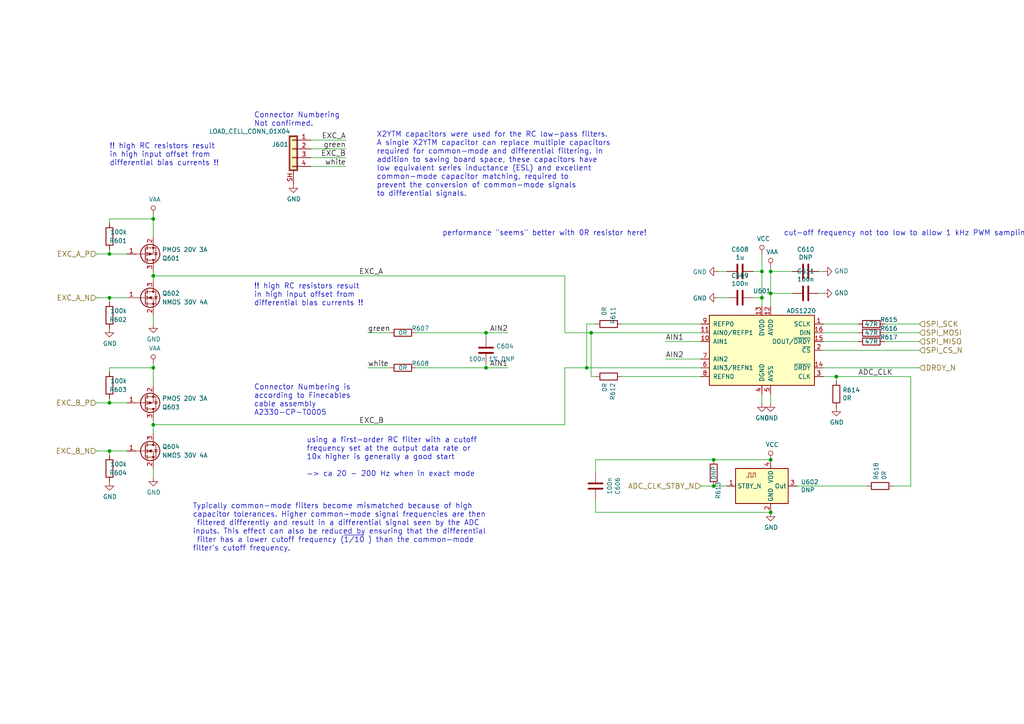
<source format=kicad_sch>
(kicad_sch (version 20211123) (generator eeschema)
  (paper "A4")
  (title_block (title "NB2-MAIN") (date "2022-01-30") (rev "3.2") (company "Octanis Instruments GmbH"))
  (lib_symbols
    (symbol "Connector_Generic_Shielded:Conn_01x04_Shielded" (pin_names (offset 1.016) hide)
      (property "Reference" "J" (at 0.254 4.826 0))
      (property "Value" "Connector_Generic_Shielded_Conn_01x04_Shielded" (at 1.016 -7.366 0))
      (symbol "Conn_01x04_Shielded_1_1"
        (rectangle (start -1.27 3.81) (end 1.27 -6.35) (stroke (width 0.1524)))
        (rectangle (start -1.016 -4.953) (end 0.254 -5.207) (stroke (width 0.1524)))
        (rectangle (start -1.016 -2.413) (end 0.254 -2.667) (stroke (width 0.1524)))
        (rectangle (start -1.016 0.127) (end 0.254 -0.127) (stroke (width 0.1524)))
        (rectangle (start -1.016 2.667) (end 0.254 2.413) (stroke (width 0.1524)))
        (rectangle (start -1.016 3.556) (end 1.016 -6.096) (stroke (width 0.254)) (fill (type background)))
        (pin passive line (at -5.08 2.54 0) (length 4.064) (name "Pin_1") (number "1"))
        (pin passive line (at -5.08 0 0) (length 4.064) (name "Pin_2") (number "2"))
        (pin passive line (at -5.08 -2.54 0) (length 4.064) (name "Pin_3") (number "3"))
        (pin passive line (at -5.08 -5.08 0) (length 4.064) (name "Pin_4") (number "4"))
        (pin passive line (at 0 -10.16 90) (length 3.81) (name "Shield") (number "SH"))
      )
    )
    (symbol "Device:Q_NMOS_GSD" (pin_names (offset 0) hide)
      (property "Reference" "Q" (at 5.08 1.27 0))
      (property "Value" "Device_Q_NMOS_GSD" (at 5.08 -1.27 0))
      (symbol "Q_NMOS_GSD_0_1"
        (polyline (pts (xy 0.254 0) (xy -2.54 0)))
        (polyline (pts (xy 0.254 1.905) (xy 0.254 -1.905)) (stroke (width 0.254)))
        (polyline (pts (xy 0.762 -1.27) (xy 0.762 -2.286)) (stroke (width 0.254)))
        (polyline (pts (xy 0.762 0.508) (xy 0.762 -0.508)) (stroke (width 0.254)))
        (polyline (pts (xy 0.762 2.286) (xy 0.762 1.27)) (stroke (width 0.254)))
        (polyline (pts (xy 2.54 2.54) (xy 2.54 1.778)))
        (polyline (pts (xy 2.54 -2.54) (xy 2.54 0) (xy 0.762 0)))
        (polyline (pts (xy 0.762 -1.778) (xy 3.302 -1.778) (xy 3.302 1.778) (xy 0.762 1.778)))
        (polyline (pts (xy 1.016 0) (xy 2.032 0.381) (xy 2.032 -0.381) (xy 1.016 0)) (fill (type outline)))
        (polyline (pts (xy 2.794 0.508) (xy 2.921 0.381) (xy 3.683 0.381) (xy 3.81 0.254)))
        (polyline (pts (xy 3.302 0.381) (xy 2.921 -0.254) (xy 3.683 -0.254) (xy 3.302 0.381)))
        (circle (center 1.651 0) (radius 2.794) (stroke (width 0.254)))
        (circle (center 2.54 -1.778) (radius 0.254) (fill (type outline)))
        (circle (center 2.54 1.778) (radius 0.254) (fill (type outline)))
      )
      (symbol "Q_NMOS_GSD_1_1"
        (pin input line (at -5.08 0 0) (length 2.54) (name "G") (number "1"))
        (pin passive line (at 2.54 -5.08 90) (length 2.54) (name "S") (number "2"))
        (pin passive line (at 2.54 5.08 270) (length 2.54) (name "D") (number "3"))
      )
    )
    (symbol "Device:Q_PMOS_GSD" (pin_names (offset 0) hide)
      (property "Reference" "Q" (at 5.08 1.27 0))
      (property "Value" "Device_Q_PMOS_GSD" (at 5.08 -1.27 0))
      (symbol "Q_PMOS_GSD_0_1"
        (polyline (pts (xy 0.254 0) (xy -2.54 0)))
        (polyline (pts (xy 0.254 1.905) (xy 0.254 -1.905)) (stroke (width 0.254)))
        (polyline (pts (xy 0.762 -1.27) (xy 0.762 -2.286)) (stroke (width 0.254)))
        (polyline (pts (xy 0.762 0.508) (xy 0.762 -0.508)) (stroke (width 0.254)))
        (polyline (pts (xy 0.762 2.286) (xy 0.762 1.27)) (stroke (width 0.254)))
        (polyline (pts (xy 2.54 2.54) (xy 2.54 1.778)))
        (polyline (pts (xy 2.54 -2.54) (xy 2.54 0) (xy 0.762 0)))
        (polyline (pts (xy 0.762 1.778) (xy 3.302 1.778) (xy 3.302 -1.778) (xy 0.762 -1.778)))
        (polyline (pts (xy 2.286 0) (xy 1.27 0.381) (xy 1.27 -0.381) (xy 2.286 0)) (fill (type outline)))
        (polyline (pts (xy 2.794 -0.508) (xy 2.921 -0.381) (xy 3.683 -0.381) (xy 3.81 -0.254)))
        (polyline (pts (xy 3.302 -0.381) (xy 2.921 0.254) (xy 3.683 0.254) (xy 3.302 -0.381)))
        (circle (center 1.651 0) (radius 2.794) (stroke (width 0.254)))
        (circle (center 2.54 -1.778) (radius 0.254) (fill (type outline)))
        (circle (center 2.54 1.778) (radius 0.254) (fill (type outline)))
      )
      (symbol "Q_PMOS_GSD_1_1"
        (pin input line (at -5.08 0 0) (length 2.54) (name "G") (number "1"))
        (pin passive line (at 2.54 -5.08 90) (length 2.54) (name "S") (number "2"))
        (pin passive line (at 2.54 5.08 270) (length 2.54) (name "D") (number "3"))
      )
    )
    (symbol "Device:R" (pin_numbers hide) (pin_names (offset 0))
      (property "Reference" "R" (at 2.032 0 90))
      (property "Value" "Device_R" (at 0 0 90))
      (symbol "R_0_1"
        (rectangle (start -1.016 -2.54) (end 1.016 2.54) (stroke (width 0.254)))
      )
      (symbol "R_1_1"
        (pin passive line (at 0 3.81 270) (length 1.27) (name "~") (number "1"))
        (pin passive line (at 0 -3.81 90) (length 1.27) (name "~") (number "2"))
      )
    )
    (symbol "Nestbox_v2-rescue:ADS1120-PW" (pin_names (offset 1.016))
      (property "Reference" "U" (at -15.24 11.43 0))
      (property "Value" "ADS1120-PW" (at 6.35 11.43 0))
      (symbol "ADS1120-PW_0_1"
        (rectangle (start -15.24 10.16) (end 15.24 -10.16) (stroke (width 0.254)) (fill (type background)))
      )
      (symbol "ADS1120-PW_1_1"
        (pin input line (at 17.78 7.62 180) (length 2.54) (name "SCLK") (number "1"))
        (pin input line (at -17.78 2.54 0) (length 2.54) (name "AIN1") (number "10"))
        (pin input line (at -17.78 5.08 0) (length 2.54) (name "AIN0/REFP1") (number "11"))
        (pin power_in line (at 2.54 12.7 270) (length 2.54) (name "AVDD") (number "12"))
        (pin power_in line (at 0 12.7 270) (length 2.54) (name "DVDD") (number "13"))
        (pin output line (at 17.78 -5.08 180) (length 2.54) (name "~{DRDY}") (number "14"))
        (pin output line (at 17.78 2.54 180) (length 2.54) (name "DOUT/~{DRDY}") (number "15"))
        (pin input line (at 17.78 5.08 180) (length 2.54) (name "DIN") (number "16"))
        (pin input line (at 17.78 0 180) (length 2.54) (name "~{CS}") (number "2"))
        (pin input line (at 17.78 -7.62 180) (length 2.54) (name "CLK") (number "3"))
        (pin power_in line (at 0 -12.7 90) (length 2.54) (name "DGND") (number "4"))
        (pin power_in line (at 2.54 -12.7 90) (length 2.54) (name "AVSS") (number "5"))
        (pin input line (at -17.78 -5.08 0) (length 2.54) (name "AIN3/REFN1") (number "6"))
        (pin input line (at -17.78 -2.54 0) (length 2.54) (name "AIN2") (number "7"))
        (pin input line (at -17.78 -7.62 0) (length 2.54) (name "REFN0") (number "8"))
        (pin input line (at -17.78 7.62 0) (length 2.54) (name "REFP0") (number "9"))
      )
    )
    (symbol "Nestbox_v2-rescue:C-device" (pin_numbers hide) (pin_names (offset 0.254))
      (property "Reference" "C" (at 0.635 2.54 0))
      (property "Value" "C-device" (at 0.635 -2.54 0))
      (symbol "C-device_0_1"
        (polyline (pts (xy -2.032 -0.762) (xy 2.032 -0.762)) (stroke (width 0.508)))
        (polyline (pts (xy -2.032 0.762) (xy 2.032 0.762)) (stroke (width 0.508)))
      )
      (symbol "C-device_1_1"
        (pin passive line (at 0 3.81 270) (length 2.794) (name "~") (number "1"))
        (pin passive line (at 0 -3.81 90) (length 2.794) (name "~") (number "2"))
      )
    )
    (symbol "Nestbox_v2-rescue:GND-power1" (power) (pin_names (offset 0))
      (property "Value" "GND-power1" (at 0 -3.81 0))
      (symbol "GND-power1_0_1"
        (polyline (pts (xy 0 0) (xy 0 -1.27) (xy 1.27 -1.27) (xy 0 -2.54) (xy -1.27 -1.27) (xy 0 -1.27)))
      )
      (symbol "GND-power1_1_1"
        (pin power_in line (at 0 0 270) (length 0) hide (name "GND") (number "1"))
      )
    )
    (symbol "Nestbox_v2-rescue:R-device" (pin_numbers hide) (pin_names (offset 0))
      (property "Reference" "R" (at 2.032 0 90))
      (property "Value" "R-device" (at 0 0 90))
      (symbol "R-device_0_1"
        (rectangle (start -1.016 -2.54) (end 1.016 2.54) (stroke (width 0.254)))
      )
      (symbol "R-device_1_1"
        (pin passive line (at 0 3.81 270) (length 1.27) (name "~") (number "1"))
        (pin passive line (at 0 -3.81 90) (length 1.27) (name "~") (number "2"))
      )
    )
    (symbol "Nestbox_v2-rescue:VAA-power1" (power) (pin_names (offset 0))
      (property "Value" "VAA-power1" (at 0 3.81 0))
      (symbol "VAA-power1_0_1"
        (polyline (pts (xy 0 0) (xy 0 1.27)))
        (circle (center 0 1.905) (radius 0.635))
      )
      (symbol "VAA-power1_1_1"
        (pin power_in line (at 0 0 90) (length 0) hide (name "VAA") (number "1"))
      )
    )
    (symbol "Octanis3:SIT1602BI-11-XXS-4.096000"
      (property "Reference" "U" (at -6.35 6.35 0))
      (property "Value" "SIT1602BI-11-XXS-4.096000" (at 11.43 6.35 0))
      (symbol "SIT1602BI-11-XXS-4.096000_1_1"
        (rectangle (start -7.62 5.08) (end 7.62 -5.08) (stroke (width 0.254)) (fill (type background)))
        (polyline (pts (xy -4.445 2.54) (xy -3.81 2.54) (xy -3.81 3.81) (xy -3.175 3.81) (xy -3.175 2.54) (xy -2.54 2.54) (xy -2.54 3.81) (xy -1.905 3.81) (xy -1.905 2.54)))
        (pin input line (at -10.16 0 0) (length 2.54) (name "STBY_N") (number "1"))
        (pin power_in line (at 2.54 -7.62 90) (length 2.54) (name "GND") (number "2"))
        (pin output line (at 10.16 0 180) (length 2.54) (name "Out") (number "3"))
        (pin power_in line (at 2.54 7.62 270) (length 2.54) (name "VDD") (number "4"))
      )
    )
    (symbol "power:GND" (power) (pin_names (offset 0))
      (property "Value" "power_GND" (at 0 -3.81 0))
      (symbol "GND_0_1"
        (polyline (pts (xy 0 0) (xy 0 -1.27) (xy 1.27 -1.27) (xy 0 -2.54) (xy -1.27 -1.27) (xy 0 -1.27)))
      )
      (symbol "GND_1_1"
        (pin power_in line (at 0 0 270) (length 0) hide (name "GND") (number "1"))
      )
    )
    (symbol "power:VAA" (power) (pin_names (offset 0))
      (property "Value" "power_VAA" (at 0 3.81 0))
      (symbol "VAA_0_1"
        (polyline (pts (xy 0 0) (xy 0 1.27)))
        (circle (center 0 1.905) (radius 0.635))
      )
      (symbol "VAA_1_1"
        (pin power_in line (at 0 0 90) (length 0) hide (name "VAA") (number "1"))
      )
    )
    (symbol "power:VCC" (power) (pin_names (offset 0))
      (property "Value" "power_VCC" (at 0 3.81 0))
      (symbol "VCC_0_1"
        (polyline (pts (xy 0 0) (xy 0 1.27)))
        (circle (center 0 1.905) (radius 0.635))
      )
      (symbol "VCC_1_1"
        (pin power_in line (at 0 0 90) (length 0) hide (name "VCC") (number "1"))
      )
    )
  )
  (junction (at 44.45 63.5))
  (junction (at 170.18 106.68))
  (junction (at 31.75 116.84))
  (junction (at 207.01 140.97))
  (junction (at 223.52 78.74))
  (junction (at 44.45 80.01))
  (junction (at 223.52 85.09))
  (junction (at 223.52 133.35))
  (junction (at 140.97 96.52))
  (junction (at 31.75 73.66))
  (junction (at 44.45 123.19))
  (junction (at 207.01 133.35))
  (junction (at 140.97 106.68))
  (junction (at 242.57 109.22))
  (junction (at 220.98 86.36))
  (junction (at 220.98 78.74))
  (junction (at 31.75 86.36))
  (junction (at 31.75 130.81))
  (junction (at 223.52 148.59))
  (junction (at 44.45 106.68))
  (junction (at 171.45 96.52))
  (wire (pts (xy 220.98 116.84) (xy 220.98 114.3)))
  (wire (pts (xy 44.45 63.5) (xy 44.45 68.58)))
  (wire (pts (xy 113.03 96.52) (xy 106.68 96.52)))
  (wire (pts (xy 172.72 109.22) (xy 171.45 109.22)))
  (wire (pts (xy 120.65 96.52) (xy 140.97 96.52)))
  (wire (pts (xy 238.76 106.68) (xy 266.7 106.68)))
  (wire (pts (xy 163.83 106.68) (xy 170.18 106.68)))
  (wire (pts (xy 171.45 96.52) (xy 203.2 96.52)))
  (wire (pts (xy 163.83 96.52) (xy 171.45 96.52)))
  (wire (pts (xy 256.54 96.52) (xy 266.7 96.52)))
  (wire (pts (xy 172.72 148.59) (xy 172.72 144.78)))
  (wire (pts (xy 27.94 116.84) (xy 31.75 116.84)))
  (wire (pts (xy 172.72 93.98) (xy 170.18 93.98)))
  (wire (pts (xy 44.45 80.01) (xy 44.45 81.28)))
  (wire (pts (xy 210.82 140.97) (xy 207.01 140.97)))
  (wire (pts (xy 229.87 85.09) (xy 223.52 85.09)))
  (wire (pts (xy 100.33 40.64) (xy 90.17 40.64)))
  (wire (pts (xy 31.75 72.39) (xy 31.75 73.66)))
  (wire (pts (xy 27.94 130.81) (xy 31.75 130.81)))
  (wire (pts (xy 218.44 86.36) (xy 220.98 86.36)))
  (wire (pts (xy 264.16 109.22) (xy 264.16 140.97)))
  (wire (pts (xy 208.28 78.74) (xy 210.82 78.74)))
  (wire (pts (xy 223.52 116.84) (xy 223.52 114.3)))
  (wire (pts (xy 44.45 123.19) (xy 44.45 125.73)))
  (wire (pts (xy 223.52 78.74) (xy 223.52 85.09)))
  (wire (pts (xy 27.94 86.36) (xy 31.75 86.36)))
  (wire (pts (xy 44.45 135.89) (xy 44.45 138.43)))
  (wire (pts (xy 218.44 78.74) (xy 220.98 78.74)))
  (wire (pts (xy 140.97 106.68) (xy 147.32 106.68)))
  (wire (pts (xy 172.72 137.16) (xy 172.72 133.35)))
  (wire (pts (xy 44.45 106.68) (xy 44.45 111.76)))
  (wire (pts (xy 163.83 106.68) (xy 163.83 123.19)))
  (wire (pts (xy 31.75 116.84) (xy 36.83 116.84)))
  (wire (pts (xy 223.52 148.59) (xy 172.72 148.59)))
  (wire (pts (xy 31.75 116.84) (xy 31.75 115.57)))
  (wire (pts (xy 203.2 104.14) (xy 193.04 104.14)))
  (wire (pts (xy 237.49 78.74) (xy 238.76 78.74)))
  (wire (pts (xy 172.72 133.35) (xy 207.01 133.35)))
  (wire (pts (xy 264.16 109.22) (xy 242.57 109.22)))
  (wire (pts (xy 238.76 101.6) (xy 266.7 101.6)))
  (wire (pts (xy 31.75 130.81) (xy 36.83 130.81)))
  (wire (pts (xy 180.34 93.98) (xy 203.2 93.98)))
  (wire (pts (xy 220.98 86.36) (xy 220.98 88.9)))
  (wire (pts (xy 140.97 106.68) (xy 140.97 105.41)))
  (wire (pts (xy 44.45 78.74) (xy 44.45 80.01)))
  (wire (pts (xy 220.98 73.66) (xy 220.98 78.74)))
  (wire (pts (xy 44.45 121.92) (xy 44.45 123.19)))
  (wire (pts (xy 120.65 106.68) (xy 140.97 106.68)))
  (wire (pts (xy 44.45 105.41) (xy 44.45 106.68)))
  (wire (pts (xy 256.54 99.06) (xy 266.7 99.06)))
  (wire (pts (xy 44.45 123.19) (xy 163.83 123.19)))
  (wire (pts (xy 180.34 109.22) (xy 203.2 109.22)))
  (wire (pts (xy 207.01 140.97) (xy 203.2 140.97)))
  (wire (pts (xy 256.54 93.98) (xy 266.7 93.98)))
  (wire (pts (xy 242.57 109.22) (xy 238.76 109.22)))
  (wire (pts (xy 27.94 73.66) (xy 31.75 73.66)))
  (wire (pts (xy 31.75 132.08) (xy 31.75 130.81)))
  (wire (pts (xy 163.83 80.01) (xy 163.83 96.52)))
  (wire (pts (xy 238.76 85.09) (xy 237.49 85.09)))
  (wire (pts (xy 140.97 96.52) (xy 147.32 96.52)))
  (wire (pts (xy 251.46 140.97) (xy 231.14 140.97)))
  (wire (pts (xy 223.52 85.09) (xy 223.52 88.9)))
  (wire (pts (xy 248.92 99.06) (xy 238.76 99.06)))
  (wire (pts (xy 170.18 106.68) (xy 203.2 106.68)))
  (wire (pts (xy 90.17 48.26) (xy 100.33 48.26)))
  (wire (pts (xy 100.33 43.18) (xy 90.17 43.18)))
  (wire (pts (xy 242.57 110.49) (xy 242.57 109.22)))
  (wire (pts (xy 100.33 45.72) (xy 90.17 45.72)))
  (wire (pts (xy 238.76 96.52) (xy 248.92 96.52)))
  (wire (pts (xy 220.98 78.74) (xy 220.98 86.36)))
  (wire (pts (xy 31.75 86.36) (xy 36.83 86.36)))
  (wire (pts (xy 248.92 93.98) (xy 238.76 93.98)))
  (wire (pts (xy 44.45 91.44) (xy 44.45 93.98)))
  (wire (pts (xy 208.28 86.36) (xy 210.82 86.36)))
  (wire (pts (xy 44.45 80.01) (xy 163.83 80.01)))
  (wire (pts (xy 44.45 62.23) (xy 44.45 63.5)))
  (wire (pts (xy 203.2 99.06) (xy 193.04 99.06)))
  (wire (pts (xy 171.45 109.22) (xy 171.45 96.52)))
  (wire (pts (xy 31.75 63.5) (xy 31.75 64.77)))
  (wire (pts (xy 31.75 73.66) (xy 36.83 73.66)))
  (wire (pts (xy 140.97 96.52) (xy 140.97 97.79)))
  (wire (pts (xy 113.03 106.68) (xy 106.68 106.68)))
  (wire (pts (xy 207.01 133.35) (xy 223.52 133.35)))
  (wire (pts (xy 31.75 87.63) (xy 31.75 86.36)))
  (wire (pts (xy 31.75 106.68) (xy 31.75 107.95)))
  (wire (pts (xy 44.45 63.5) (xy 31.75 63.5)))
  (wire (pts (xy 223.52 78.74) (xy 229.87 78.74)))
  (wire (pts (xy 259.08 140.97) (xy 264.16 140.97)))
  (wire (pts (xy 223.52 77.47) (xy 223.52 78.74)))
  (wire (pts (xy 170.18 93.98) (xy 170.18 106.68)))
  (wire (pts (xy 44.45 106.68) (xy 31.75 106.68)))
  (text "!! high RC resistors result \nin high input offset from \ndifferential bias currents !!" (at 73.66 88.9 0) (effects (font (size 1.524 1.524)) (justify left bottom)))
  (text "!! high RC resistors result \nin high input offset from \ndifferential bias currents !!" (at 31.75 48.26 0) (effects (font (size 1.524 1.524)) (justify left bottom)))
  (text "using a first-order RC filter with a cutoff \nfrequency set at the output data rate or \n10x higher is generally a good start\n\n—> ca 20 - 200 Hz when in exact mode\n" (at 88.9 138.43 0) (effects (font (size 1.524 1.524)) (justify left bottom)))
  (text "Typically common-mode filters become mismatched because of high \ncapacitor tolerances. Higher common-mode signal frequencies are then\n filtered differently and result in a differential signal seen by the ADC \ninputs. This effect can also be reduced by ensuring that the differential\n filter has a lower cutoff frequency (~{1/10} ) than the common-mode \nfilter’s cutoff frequency. \n" (at 55.88 160.02 0) (effects (font (size 1.524 1.524)) (justify left bottom)))
  (text "Connector Numbering is\naccording to Finecables \ncable assembly \nA2330-CP-T0005" (at 73.66 120.65 0) (effects (font (size 1.524 1.524)) (justify left bottom)))
  (text "cut-off frequency not too low to allow 1 kHz PWM sampling\n" (at 227.33 68.58 0) (effects (font (size 1.524 1.524)) (justify left bottom)))
  (text "Connector Numbering \nNot confirmed." (at 73.66 36.83 0) (effects (font (size 1.524 1.524)) (justify left bottom)))
  (text "performance \"seems\" better with 0R resistor here!" (at 128.27 68.58 0) (effects (font (size 1.524 1.524)) (justify left bottom)))
  (text "X2YTM capacitors were used for the RC low-pass filters. \nA single X2YTM capacitor can replace multiple capacitors \nrequired for common-mode and differential filtering. In \naddition to saving board space, these capacitors have \nlow equivalent series inductance (ESL) and excellent \ncommon-mode capacitor matching, required to \nprevent the conversion of common-mode signals \nto differential signals. \n" (at 109.22 57.15 0) (effects (font (size 1.524 1.524)) (justify left bottom)))
  (label "white" (at 100.33 48.26 180) (effects (font (size 1.524 1.524))))
  (label "EXC_B" (at 104.14 123.19 0) (effects (font (size 1.524 1.524))))
  (label "green" (at 100.33 43.18 180) (effects (font (size 1.524 1.524))))
  (label "ADC_CLK" (at 248.92 109.22 0) (effects (font (size 1.524 1.524))))
  (label "white" (at 106.68 106.68 0) (effects (font (size 1.524 1.524))))
  (label "EXC_B" (at 100.33 45.72 180) (effects (font (size 1.524 1.524))))
  (label "AIN2" (at 147.32 96.52 180) (effects (font (size 1.524 1.524))))
  (label "EXC_A" (at 100.33 40.64 180) (effects (font (size 1.524 1.524))))
  (label "AIN2" (at 193.04 104.14 0) (effects (font (size 1.524 1.524))))
  (label "EXC_A" (at 104.14 80.01 0) (effects (font (size 1.524 1.524))))
  (label "AIN1" (at 193.04 99.06 0) (effects (font (size 1.524 1.524))))
  (label "AIN1" (at 147.32 106.68 180) (effects (font (size 1.524 1.524))))
  (label "green" (at 106.68 96.52 0) (effects (font (size 1.524 1.524))))
  (hierarchical_label "EXC_B_N" (shape input) (at 27.94 130.81 180) (effects (font (size 1.524 1.524))))
  (hierarchical_label "ADC_CLK_STBY_N" (shape input) (at 203.2 140.97 180) (effects (font (size 1.524 1.524))))
  (hierarchical_label "SPI_MISO" (shape input) (at 266.7 99.06 0) (effects (font (size 1.524 1.524))))
  (hierarchical_label "DRDY_N" (shape input) (at 266.7 106.68 0) (effects (font (size 1.524 1.524))))
  (hierarchical_label "EXC_A_P" (shape input) (at 27.94 73.66 180) (effects (font (size 1.524 1.524))))
  (hierarchical_label "SPI_SCK" (shape input) (at 266.7 93.98 0) (effects (font (size 1.524 1.524))))
  (hierarchical_label "SPI_CS_N" (shape input) (at 266.7 101.6 0) (effects (font (size 1.524 1.524))))
  (hierarchical_label "EXC_B_P" (shape input) (at 27.94 116.84 180) (effects (font (size 1.524 1.524))))
  (hierarchical_label "SPI_MOSI" (shape input) (at 266.7 96.52 0) (effects (font (size 1.524 1.524))))
  (hierarchical_label "EXC_A_N" (shape input) (at 27.94 86.36 180) (effects (font (size 1.524 1.524))))
  (symbol (lib_id "Nestbox_v2-rescue:C-device") (at 214.63 86.36 90) (unit 1)
    (property "Reference" "C609" (at 214.63 79.9592 90))
    (property "Value" "100n" (at 214.63 82.2706 90))
    (property "Footprint" "Capacitor_SMD:C_0603_1608Metric" (effects hide))
  )
  (symbol (lib_id "Nestbox_v2-rescue:C-device") (at 140.97 101.6 0) (unit 1)
    (property "Reference" "C604" (at 143.891 100.4316 0) (effects (justify left)))
    (property "Value" "100n 1% DNP" (at 135.89 104.14 0) (effects (justify left)))
    (property "Footprint" "Capacitor_SMD:C_0603_1608Metric" (effects hide))
  )
  (symbol (lib_id "Nestbox_v2-rescue:R-device") (at 116.84 96.52 270) (unit 1)
    (property "Reference" "R607" (at 121.92 95.25 90))
    (property "Value" "0R" (at 116.84 96.52 90))
    (property "Footprint" "Resistor_SMD:R_0603_1608Metric" (effects hide))
  )
  (symbol (lib_id "Nestbox_v2-rescue:R-device") (at 116.84 106.68 270) (unit 1)
    (property "Reference" "R608" (at 121.92 105.41 90))
    (property "Value" "0R" (at 116.84 106.68 90))
    (property "Footprint" "Resistor_SMD:R_0603_1608Metric" (effects hide))
  )
  (symbol (lib_id "Nestbox_v2-rescue:R-device") (at 252.73 99.06 270) (unit 1)
    (property "Reference" "R617" (at 257.81 97.79 90))
    (property "Value" "47R" (at 252.73 99.06 90))
    (property "Footprint" "Resistor_SMD:R_0603_1608Metric" (effects hide))
  )
  (symbol (lib_id "Nestbox_v2-rescue:R-device") (at 252.73 96.52 270) (unit 1)
    (property "Reference" "R616" (at 257.81 95.25 90))
    (property "Value" "47R" (at 252.73 96.52 90))
    (property "Footprint" "Resistor_SMD:R_0603_1608Metric" (effects hide))
  )
  (symbol (lib_id "Nestbox_v2-rescue:R-device") (at 252.73 93.98 270) (unit 1)
    (property "Reference" "R615" (at 257.81 92.71 90))
    (property "Value" "47R" (at 252.73 93.98 90))
    (property "Footprint" "Resistor_SMD:R_0603_1608Metric" (effects hide))
  )
  (symbol (lib_id "Nestbox_v2-rescue:R-device") (at 255.27 140.97 90) (unit 1)
    (property "Reference" "R618" (at 254.1016 139.192 0) (effects (justify left)))
    (property "Value" "0R" (at 256.413 139.192 0) (effects (justify left)))
    (property "Footprint" "Resistor_SMD:R_0603_1608Metric" (effects hide))
  )
  (symbol (lib_id "Nestbox_v2-rescue:GND-power1") (at 223.52 148.59 0) (unit 1)
    (property "Reference" "#PWR0616" (effects hide))
    (property "Value" "GND" (at 223.647 152.9842 0))
  )
  (symbol (lib_id "Nestbox_v2-rescue:C-device") (at 172.72 140.97 0) (unit 1)
    (property "Reference" "C606" (at 179.1208 140.97 90))
    (property "Value" "100n" (at 176.8094 140.97 90))
    (property "Footprint" "Capacitor_SMD:C_0603_1608Metric" (effects hide))
  )
  (symbol (lib_id "power:VCC") (at 220.98 73.66 0) (unit 1)
    (property "Reference" "#PWR0611" (effects hide))
    (property "Value" "VCC" (at 221.4118 69.2658 0))
  )
  (symbol (lib_id "power:VCC") (at 223.52 133.35 0) (unit 1)
    (property "Reference" "#PWR0615" (effects hide))
    (property "Value" "VCC" (at 223.9518 128.9558 0))
  )
  (symbol (lib_id "Nestbox_v2-rescue:R-device") (at 242.57 114.3 0) (unit 1)
    (property "Reference" "R614" (at 244.348 113.1316 0) (effects (justify left)))
    (property "Value" "0R" (at 244.348 115.443 0) (effects (justify left)))
    (property "Footprint" "Resistor_SMD:R_0603_1608Metric" (effects hide))
  )
  (symbol (lib_id "Nestbox_v2-rescue:GND-power1") (at 242.57 118.11 0) (unit 1)
    (property "Reference" "#PWR0619" (effects hide))
    (property "Value" "GND" (at 242.697 122.5042 0))
  )
  (symbol (lib_id "Nestbox_v2-rescue:R-device") (at 207.01 137.16 180) (unit 1)
    (property "Reference" "R613" (at 208.28 142.24 90))
    (property "Value" "DNP" (at 207.01 137.16 90))
    (property "Footprint" "Resistor_SMD:R_0603_1608Metric" (effects hide))
  )
  (symbol (lib_id "Connector_Generic_Shielded:Conn_01x04_Shielded") (at 85.09 43.18 0) (mirror y) (unit 1)
    (property "Reference" "J601" (at 81.28 41.91 0))
    (property "Value" "LOAD_CELL_CONN_01X04" (at 72.39 38.1 0))
    (property "Footprint" "lib_fp:MB08MBSAFF04RA" (effects hide))
    (property "MPN" "MB08MBSAFF04RA" (effects hide))
    (property "MPN2" "M8S-04PMMR-SF8001" (effects hide))
  )
  (symbol (lib_id "Nestbox_v2-rescue:ADS1120-PW") (at 220.98 101.6 0) (unit 1)
    (property "Reference" "U601" (at 220.98 84.3788 0))
    (property "Value" "ADS1220" (at 232.41 90.17 0))
    (property "Footprint" "Package_SO:TSSOP-16_4.4x5mm_P0.65mm" (effects hide))
    (property "MPN" "ADS1220IPW" (effects hide))
  )
  (symbol (lib_id "Nestbox_v2-rescue:C-device") (at 233.68 78.74 270) (unit 1)
    (property "Reference" "C610" (at 233.68 72.3392 90))
    (property "Value" "DNP" (at 233.68 74.6506 90))
    (property "Footprint" "Capacitor_SMD:C_0805_2012Metric" (effects hide))
  )
  (symbol (lib_id "Nestbox_v2-rescue:GND-power1") (at 220.98 116.84 0) (unit 1)
    (property "Reference" "#PWR0612" (effects hide))
    (property "Value" "GND" (at 221.107 121.2342 0))
  )
  (symbol (lib_id "Nestbox_v2-rescue:C-device") (at 214.63 78.74 270) (unit 1)
    (property "Reference" "C608" (at 214.63 72.3392 90))
    (property "Value" "1u" (at 214.63 74.6506 90))
    (property "Footprint" "Capacitor_SMD:C_0603_1608Metric" (effects hide))
  )
  (symbol (lib_id "Nestbox_v2-rescue:C-device") (at 233.68 85.09 270) (unit 1)
    (property "Reference" "C611" (at 233.68 78.6892 90))
    (property "Value" "100n" (at 233.68 81.0006 90))
    (property "Footprint" "Capacitor_SMD:C_0603_1608Metric" (effects hide))
  )
  (symbol (lib_id "Nestbox_v2-rescue:GND-power1") (at 223.52 116.84 0) (unit 1)
    (property "Reference" "#PWR0614" (effects hide))
    (property "Value" "GND" (at 223.647 121.2342 0))
  )
  (symbol (lib_id "Nestbox_v2-rescue:GND-power1") (at 238.76 78.74 90) (unit 1)
    (property "Reference" "#PWR0617" (effects hide))
    (property "Value" "GND" (at 242.0112 78.613 90) (effects (justify right)))
  )
  (symbol (lib_id "Nestbox_v2-rescue:GND-power1") (at 238.76 85.09 90) (unit 1)
    (property "Reference" "#PWR0618" (effects hide))
    (property "Value" "GND" (at 242.0112 84.963 90) (effects (justify right)))
  )
  (symbol (lib_id "Nestbox_v2-rescue:GND-power1") (at 208.28 86.36 270) (unit 1)
    (property "Reference" "#PWR0610" (effects hide))
    (property "Value" "GND" (at 205.0288 86.487 90) (effects (justify right)))
  )
  (symbol (lib_id "Nestbox_v2-rescue:GND-power1") (at 208.28 78.74 270) (unit 1)
    (property "Reference" "#PWR0609" (effects hide))
    (property "Value" "GND" (at 205.0288 78.867 90) (effects (justify right)))
  )
  (symbol (lib_id "Nestbox_v2-rescue:VAA-power1") (at 223.52 77.47 0) (unit 1)
    (property "Reference" "#PWR0613" (effects hide))
    (property "Value" "VAA" (at 223.9518 73.0758 0))
  )
  (symbol (lib_id "Nestbox_v2-rescue:R-device") (at 176.53 109.22 270) (unit 1)
    (property "Reference" "R612" (at 177.6984 110.998 0) (effects (justify left)))
    (property "Value" "0R" (at 175.387 110.998 0) (effects (justify left)))
    (property "Footprint" "Resistor_SMD:R_0603_1608Metric" (effects hide))
  )
  (symbol (lib_id "Nestbox_v2-rescue:R-device") (at 176.53 93.98 270) (unit 1)
    (property "Reference" "R611" (at 177.8 88.9 0) (effects (justify left)))
    (property "Value" "0R" (at 175.26 88.9 0) (effects (justify left)))
    (property "Footprint" "Resistor_SMD:R_0603_1608Metric" (effects hide))
  )
  (symbol (lib_id "power:GND") (at 44.45 93.98 0) (unit 1)
    (property "Reference" "#PWR0604" (effects hide))
    (property "Value" "GND" (at 44.577 98.3742 0))
  )
  (symbol (lib_id "power:GND") (at 44.45 138.43 0) (unit 1)
    (property "Reference" "#PWR0606" (effects hide))
    (property "Value" "GND" (at 44.577 142.8242 0))
  )
  (symbol (lib_id "power:VAA") (at 44.45 62.23 0) (unit 1)
    (property "Reference" "#PWR0603" (effects hide))
    (property "Value" "VAA" (at 44.8818 57.8358 0))
  )
  (symbol (lib_id "power:VAA") (at 44.45 105.41 0) (unit 1)
    (property "Reference" "#PWR0605" (effects hide))
    (property "Value" "VAA" (at 44.8818 101.0158 0))
  )
  (symbol (lib_id "Device:Q_PMOS_GSD") (at 41.91 116.84 0) (mirror x) (unit 1)
    (property "Reference" "Q603" (at 46.99 118.11 0) (effects (justify left)))
    (property "Value" "PMOS 20V 3A" (at 46.99 115.57 0) (effects (justify left)))
    (property "Footprint" "Package_TO_SOT_SMD:SOT-23" (effects hide))
    (property "MPN" "DMP2160U-7" (effects hide))
  )
  (symbol (lib_id "Device:Q_PMOS_GSD") (at 41.91 73.66 0) (mirror x) (unit 1)
    (property "Reference" "Q601" (at 46.99 74.93 0) (effects (justify left)))
    (property "Value" "PMOS 20V 3A" (at 46.99 72.39 0) (effects (justify left)))
    (property "Footprint" "Package_TO_SOT_SMD:SOT-23" (effects hide))
    (property "MPN" "DMP2160U-7" (effects hide))
  )
  (symbol (lib_id "Device:Q_NMOS_GSD") (at 41.91 86.36 0) (unit 1)
    (property "Reference" "Q602" (at 46.99 85.09 0) (effects (justify left)))
    (property "Value" "NMOS 30V 4A" (at 46.99 87.63 0) (effects (justify left)))
    (property "Footprint" "Package_TO_SOT_SMD:SOT-23" (effects hide))
    (property "MPN" "PMV45EN2R" (effects hide))
  )
  (symbol (lib_id "Device:Q_NMOS_GSD") (at 41.91 130.81 0) (unit 1)
    (property "Reference" "Q604" (at 46.99 129.54 0) (effects (justify left)))
    (property "Value" "NMOS 30V 4A" (at 46.99 132.08 0) (effects (justify left)))
    (property "Footprint" "Package_TO_SOT_SMD:SOT-23" (effects hide))
    (property "MPN" "PMV45EN2R" (effects hide))
  )
  (symbol (lib_id "Device:R") (at 31.75 135.89 180) (unit 1)
    (property "Reference" "R604" (at 36.83 137.16 0) (effects (justify left)))
    (property "Value" "100k" (at 36.83 134.62 0) (effects (justify left)))
    (property "Footprint" "Resistor_SMD:R_0603_1608Metric" (effects hide))
  )
  (symbol (lib_id "Device:R") (at 31.75 111.76 180) (unit 1)
    (property "Reference" "R603" (at 36.83 113.03 0) (effects (justify left)))
    (property "Value" "100k" (at 36.83 110.49 0) (effects (justify left)))
    (property "Footprint" "Resistor_SMD:R_0603_1608Metric" (effects hide))
  )
  (symbol (lib_id "Device:R") (at 31.75 91.44 180) (unit 1)
    (property "Reference" "R602" (at 36.83 92.71 0) (effects (justify left)))
    (property "Value" "100k" (at 36.83 90.17 0) (effects (justify left)))
    (property "Footprint" "Resistor_SMD:R_0603_1608Metric" (effects hide))
  )
  (symbol (lib_id "Device:R") (at 31.75 68.58 180) (unit 1)
    (property "Reference" "R601" (at 36.83 69.85 0) (effects (justify left)))
    (property "Value" "100k" (at 36.83 67.31 0) (effects (justify left)))
    (property "Footprint" "Resistor_SMD:R_0603_1608Metric" (effects hide))
  )
  (symbol (lib_id "power:GND") (at 31.75 139.7 0) (unit 1)
    (property "Reference" "#PWR0602" (effects hide))
    (property "Value" "GND" (at 31.877 144.0942 0))
  )
  (symbol (lib_id "power:GND") (at 31.75 95.25 0) (unit 1)
    (property "Reference" "#PWR0601" (effects hide))
    (property "Value" "GND" (at 31.877 99.6442 0))
  )
  (symbol (lib_id "Octanis3:SIT1602BI-11-XXS-4.096000") (at 220.98 140.97 0) (unit 1)
    (property "Reference" "U602" (at 232.2576 139.8016 0) (effects (justify left)))
    (property "Value" "DNP" (at 232.2576 142.113 0) (effects (justify left)))
    (property "Footprint" "Oscillator:Oscillator_SMD_EuroQuartz_XO32-4Pin_3.2x2.5mm" (effects hide))
    (property "Datasheet" "https://abracon.com/Oscillators/ASDMB.pdf" (effects hide))
    (property "MPN" "SIT1602BI-21-XXS-4.096000" (effects hide))
  )
  (symbol (lib_id "Nestbox_v2-rescue:GND-power1") (at 85.09 53.34 0) (unit 1)
    (property "Reference" "#PWR0107" (effects hide))
    (property "Value" "GND" (at 85.217 57.7342 0))
  )
)
</source>
